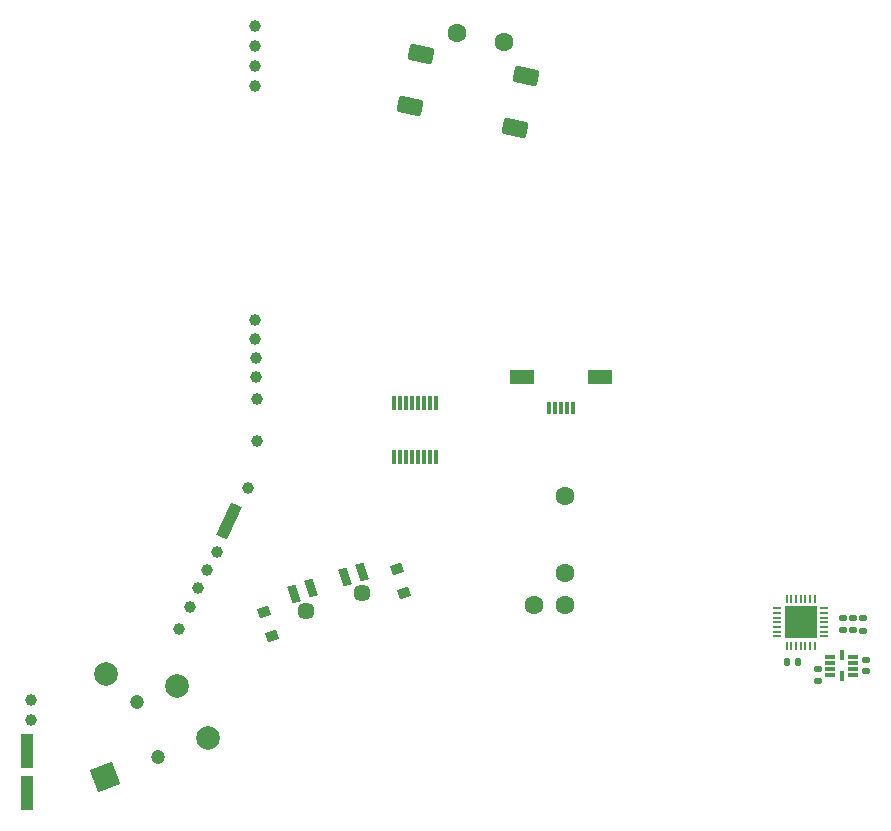
<source format=gbr>
%TF.GenerationSoftware,KiCad,Pcbnew,9.0.3*%
%TF.CreationDate,2025-07-19T19:29:57+01:00*%
%TF.ProjectId,GhostPAW,47686f73-7450-4415-972e-6b696361645f,rev?*%
%TF.SameCoordinates,Original*%
%TF.FileFunction,Soldermask,Top*%
%TF.FilePolarity,Negative*%
%FSLAX46Y46*%
G04 Gerber Fmt 4.6, Leading zero omitted, Abs format (unit mm)*
G04 Created by KiCad (PCBNEW 9.0.3) date 2025-07-19 19:29:57*
%MOMM*%
%LPD*%
G01*
G04 APERTURE LIST*
G04 Aperture macros list*
%AMRoundRect*
0 Rectangle with rounded corners*
0 $1 Rounding radius*
0 $2 $3 $4 $5 $6 $7 $8 $9 X,Y pos of 4 corners*
0 Add a 4 corners polygon primitive as box body*
4,1,4,$2,$3,$4,$5,$6,$7,$8,$9,$2,$3,0*
0 Add four circle primitives for the rounded corners*
1,1,$1+$1,$2,$3*
1,1,$1+$1,$4,$5*
1,1,$1+$1,$6,$7*
1,1,$1+$1,$8,$9*
0 Add four rect primitives between the rounded corners*
20,1,$1+$1,$2,$3,$4,$5,0*
20,1,$1+$1,$4,$5,$6,$7,0*
20,1,$1+$1,$6,$7,$8,$9,0*
20,1,$1+$1,$8,$9,$2,$3,0*%
%AMRotRect*
0 Rectangle, with rotation*
0 The origin of the aperture is its center*
0 $1 length*
0 $2 width*
0 $3 Rotation angle, in degrees counterclockwise*
0 Add horizontal line*
21,1,$1,$2,0,0,$3*%
G04 Aperture macros list end*
%ADD10C,1.600200*%
%ADD11R,0.300000X1.200000*%
%ADD12RotRect,2.010000X2.010000X111.000000*%
%ADD13C,2.010000*%
%ADD14C,1.200000*%
%ADD15R,2.000000X1.300000*%
%ADD16R,0.300000X1.000000*%
%ADD17C,1.000000*%
%ADD18RotRect,3.000000X1.000000X65.000000*%
%ADD19RotRect,0.711200X1.498600X18.000000*%
%ADD20RotRect,0.990600X0.812800X18.000000*%
%ADD21C,1.447800*%
%ADD22RoundRect,0.140000X0.170000X-0.140000X0.170000X0.140000X-0.170000X0.140000X-0.170000X-0.140000X0*%
%ADD23RoundRect,0.135000X0.185000X-0.135000X0.185000X0.135000X-0.185000X0.135000X-0.185000X-0.135000X0*%
%ADD24RoundRect,0.135000X-0.185000X0.135000X-0.185000X-0.135000X0.185000X-0.135000X0.185000X0.135000X0*%
%ADD25RoundRect,0.140000X-0.170000X0.140000X-0.170000X-0.140000X0.170000X-0.140000X0.170000X0.140000X0*%
%ADD26RoundRect,0.250000X-0.876078X-0.273837X0.688958X-0.606496X0.876078X0.273837X-0.688958X0.606496X0*%
%ADD27R,0.200000X0.800000*%
%ADD28R,0.800000X0.200000*%
%ADD29R,2.750000X2.750000*%
%ADD30R,1.000000X3.000000*%
%ADD31R,0.950000X0.300000*%
%ADD32R,0.300000X0.950000*%
%ADD33RoundRect,0.140000X-0.140000X-0.170000X0.140000X-0.170000X0.140000X0.170000X-0.140000X0.170000X0*%
G04 APERTURE END LIST*
D10*
%TO.C,U6*%
X158732815Y-70276141D03*
X162633472Y-71105251D03*
%TD*%
%TO.C,M1*%
X165200000Y-118780000D03*
X167800000Y-118780000D03*
X167800000Y-116000000D03*
X167800000Y-109500001D03*
%TD*%
D11*
%TO.C,J2*%
X153400000Y-106200000D03*
X153900000Y-106200000D03*
X154400000Y-106200000D03*
X154900000Y-106200000D03*
X155400000Y-106200000D03*
X155900000Y-106200000D03*
X156400000Y-106200000D03*
X156900000Y-106200000D03*
X156900000Y-101600000D03*
X156400000Y-101600000D03*
X155900000Y-101600000D03*
X155400000Y-101600000D03*
X154900000Y-101600000D03*
X154400000Y-101600000D03*
X153900000Y-101600000D03*
X153400000Y-101600000D03*
%TD*%
D12*
%TO.C,H1*%
X128915322Y-133308780D03*
D13*
X134965558Y-125630587D03*
X128999999Y-124600001D03*
X137597620Y-129975958D03*
D14*
X131604668Y-126920712D03*
X133396508Y-131588614D03*
%TD*%
D15*
%TO.C,J1*%
X164200000Y-99400000D03*
X170800000Y-99400000D03*
D16*
X166500000Y-102100000D03*
X166999999Y-102100001D03*
X167500000Y-102100000D03*
X168000000Y-102100000D03*
X168500000Y-102100000D03*
%TD*%
D17*
%TO.C,TP29*%
X137550000Y-115800000D03*
%TD*%
%TO.C,TP34*%
X135200000Y-120800000D03*
%TD*%
%TO.C,TP28*%
X138350000Y-114250000D03*
%TD*%
%TO.C,TP30*%
X136800000Y-117300000D03*
%TD*%
%TO.C,TP32*%
X136050000Y-118900000D03*
%TD*%
D18*
%TO.C,TP25*%
X139400000Y-111600000D03*
%TD*%
D17*
%TO.C,TP1*%
X141600000Y-69700000D03*
%TD*%
%TO.C,TP9*%
X122600000Y-126800000D03*
%TD*%
D19*
%TO.C,SW2*%
X144912760Y-117775578D03*
X146339344Y-117312052D03*
X149192513Y-116385001D03*
X150619097Y-115921477D03*
D20*
X142371009Y-119337467D03*
X153593472Y-115691068D03*
X143019944Y-121334685D03*
X154242407Y-117688285D03*
D21*
X145929085Y-119285476D03*
X150684367Y-117740391D03*
%TD*%
D17*
%TO.C,TP6*%
X122600000Y-128500000D03*
%TD*%
%TO.C,TP12*%
X141700000Y-97800000D03*
%TD*%
D22*
%TO.C,C2*%
X193360000Y-124340000D03*
X193360000Y-123380000D03*
%TD*%
D23*
%TO.C,R2*%
X193060000Y-120900000D03*
X193060000Y-119880000D03*
%TD*%
D24*
%TO.C,R1*%
X189260000Y-124150000D03*
X189260000Y-125170000D03*
%TD*%
D17*
%TO.C,TP5*%
X141600000Y-74800000D03*
%TD*%
D25*
%TO.C,C3*%
X192210000Y-119870000D03*
X192210000Y-120830000D03*
%TD*%
D17*
%TO.C,TP2*%
X141600000Y-71400000D03*
%TD*%
D26*
%TO.C,SW1*%
X155617230Y-72053169D03*
X164518373Y-73945166D03*
X154681627Y-76454834D03*
X163582770Y-78346831D03*
%TD*%
D27*
%TO.C,IC1*%
X189000000Y-118200000D03*
X188600000Y-118200000D03*
X188200000Y-118200000D03*
X187800000Y-118200000D03*
X187400000Y-118200000D03*
X187000000Y-118200000D03*
X186600000Y-118200000D03*
D28*
X185800000Y-119000000D03*
X185800000Y-119400000D03*
X185800000Y-119800000D03*
X185800000Y-120200000D03*
X185800000Y-120600000D03*
X185800000Y-121000000D03*
X185800000Y-121400000D03*
D27*
X186600000Y-122200000D03*
X187000000Y-122200000D03*
X187400000Y-122200000D03*
X187800000Y-122200000D03*
X188200000Y-122200000D03*
X188600000Y-122200000D03*
X189000000Y-122200000D03*
D28*
X189800000Y-121400000D03*
X189800000Y-121000000D03*
X189800000Y-120600000D03*
X189800000Y-120200000D03*
X189800000Y-119800000D03*
X189800000Y-119400000D03*
X189800000Y-119000000D03*
D29*
X187800000Y-120200000D03*
%TD*%
D17*
%TO.C,TP10*%
X141700000Y-99400000D03*
%TD*%
D30*
%TO.C,TP11*%
X122300000Y-134700000D03*
%TD*%
D31*
%TO.C,IC2*%
X190310000Y-123130000D03*
X190310000Y-123630000D03*
X190310000Y-124130000D03*
X190310000Y-124630000D03*
D32*
X191260000Y-124780000D03*
D31*
X192210000Y-124630000D03*
X192210000Y-124130000D03*
X192210000Y-123630000D03*
X192210000Y-123130000D03*
D32*
X191260000Y-122980000D03*
%TD*%
D23*
%TO.C,R3*%
X191360000Y-120880000D03*
X191360000Y-119860000D03*
%TD*%
D17*
%TO.C,TP7*%
X141600000Y-94600000D03*
%TD*%
D30*
%TO.C,TP3*%
X122300000Y-131100000D03*
%TD*%
D17*
%TO.C,TP23*%
X141000000Y-108800000D03*
%TD*%
%TO.C,TP8*%
X141600000Y-96200000D03*
%TD*%
%TO.C,TP4*%
X141600000Y-73100000D03*
%TD*%
D33*
%TO.C,C1*%
X186640000Y-123590000D03*
X187600000Y-123590000D03*
%TD*%
D17*
%TO.C,TP14*%
X141750000Y-101300000D03*
%TD*%
%TO.C,TP18*%
X141750000Y-104850000D03*
%TD*%
M02*

</source>
